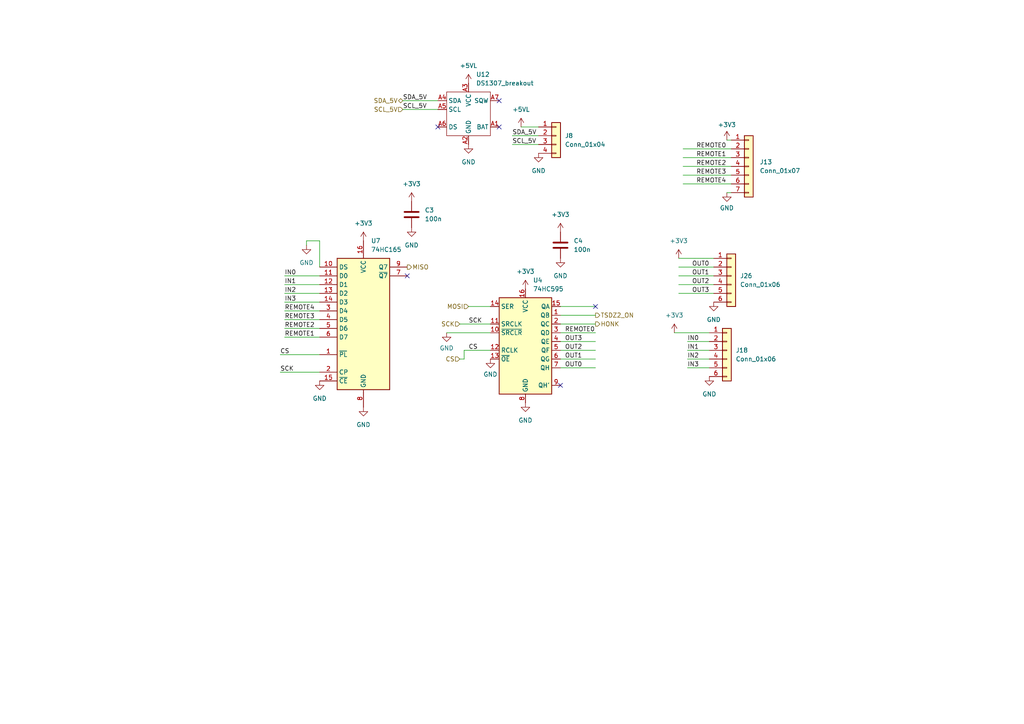
<source format=kicad_sch>
(kicad_sch (version 20230121) (generator eeschema)
  (paper "A4")
  (lib_symbols
    (symbol "74xx:74HC165"
      (property "Reference" "U" (at -7.62 19.05 0))
      (property "Value" "74HC165" (at -7.62 -21.59 0))
      (symbol "74HC165_1_0"
        (pin input line (at -12.7 -10.16 0) (length 5.08) (name "~{PL}") (number "1"))
        (pin input line (at -12.7 15.24 0) (length 5.08) (name "DS") (number "10"))
        (pin input line (at -12.7 12.7 0) (length 5.08) (name "D0") (number "11"))
        (pin input line (at -12.7 10.16 0) (length 5.08) (name "D1") (number "12"))
        (pin input line (at -12.7 7.62 0) (length 5.08) (name "D2") (number "13"))
        (pin input line (at -12.7 5.08 0) (length 5.08) (name "D3") (number "14"))
        (pin input line (at -12.7 -17.78 0) (length 5.08) (name "~{CE}") (number "15"))
        (pin power_in line (at 0 22.86 270) (length 5.08) (name "VCC") (number "16"))
        (pin input line (at -12.7 -15.24 0) (length 5.08) (name "CP") (number "2"))
        (pin input line (at -12.7 2.54 0) (length 5.08) (name "D4") (number "3"))
        (pin input line (at -12.7 0 0) (length 5.08) (name "D5") (number "4"))
        (pin input line (at -12.7 -2.54 0) (length 5.08) (name "D6") (number "5"))
        (pin input line (at -12.7 -5.08 0) (length 5.08) (name "D7") (number "6"))
        (pin output line (at 12.7 12.7 180) (length 5.08) (name "~{Q7}") (number "7"))
        (pin power_in line (at 0 -25.4 90) (length 5.08) (name "GND") (number "8"))
        (pin output line (at 12.7 15.24 180) (length 5.08) (name "Q7") (number "9"))
      )
      (symbol "74HC165_1_1"
        (rectangle (start -7.62 17.78) (end 7.62 -20.32) (stroke (width 0.254)) (fill (type background)))
      )
    )
    (symbol "74xx:74HC595"
      (property "Reference" "U" (at -7.62 13.97 0))
      (property "Value" "74HC595" (at -7.62 -16.51 0))
      (symbol "74HC595_1_0"
        (pin tri_state line (at 10.16 7.62 180) (length 2.54) (name "QB") (number "1"))
        (pin input line (at -10.16 2.54 0) (length 2.54) (name "~{SRCLR}") (number "10"))
        (pin input line (at -10.16 5.08 0) (length 2.54) (name "SRCLK") (number "11"))
        (pin input line (at -10.16 -2.54 0) (length 2.54) (name "RCLK") (number "12"))
        (pin input line (at -10.16 -5.08 0) (length 2.54) (name "~{OE}") (number "13"))
        (pin input line (at -10.16 10.16 0) (length 2.54) (name "SER") (number "14"))
        (pin tri_state line (at 10.16 10.16 180) (length 2.54) (name "QA") (number "15"))
        (pin power_in line (at 0 15.24 270) (length 2.54) (name "VCC") (number "16"))
        (pin tri_state line (at 10.16 5.08 180) (length 2.54) (name "QC") (number "2"))
        (pin tri_state line (at 10.16 2.54 180) (length 2.54) (name "QD") (number "3"))
        (pin tri_state line (at 10.16 0 180) (length 2.54) (name "QE") (number "4"))
        (pin tri_state line (at 10.16 -2.54 180) (length 2.54) (name "QF") (number "5"))
        (pin tri_state line (at 10.16 -5.08 180) (length 2.54) (name "QG") (number "6"))
        (pin tri_state line (at 10.16 -7.62 180) (length 2.54) (name "QH") (number "7"))
        (pin power_in line (at 0 -17.78 90) (length 2.54) (name "GND") (number "8"))
        (pin output line (at 10.16 -12.7 180) (length 2.54) (name "QH'") (number "9"))
      )
      (symbol "74HC595_1_1"
        (rectangle (start -7.62 12.7) (end 7.62 -15.24) (stroke (width 0.254)) (fill (type background)))
      )
    )
    (symbol "Connector_Generic:Conn_01x04" (pin_names (offset 1.016) hide)
      (property "Reference" "J" (at 0 5.08 0))
      (property "Value" "Conn_01x04" (at 0 -7.62 0))
      (symbol "Conn_01x04_1_1"
        (rectangle (start -1.27 -4.953) (end 0 -5.207) (stroke (width 0.1524)))
        (rectangle (start -1.27 -2.413) (end 0 -2.667) (stroke (width 0.1524)))
        (rectangle (start -1.27 0.127) (end 0 -0.127) (stroke (width 0.1524)))
        (rectangle (start -1.27 2.667) (end 0 2.413) (stroke (width 0.1524)))
        (rectangle (start -1.27 3.81) (end 1.27 -6.35) (stroke (width 0.254)) (fill (type background)))
        (pin passive line (at -5.08 2.54 0) (length 3.81) (name "Pin_1") (number "1"))
        (pin passive line (at -5.08 0 0) (length 3.81) (name "Pin_2") (number "2"))
        (pin passive line (at -5.08 -2.54 0) (length 3.81) (name "Pin_3") (number "3"))
        (pin passive line (at -5.08 -5.08 0) (length 3.81) (name "Pin_4") (number "4"))
      )
    )
    (symbol "Connector_Generic:Conn_01x06" (pin_names (offset 1.016) hide)
      (property "Reference" "J" (at 0 7.62 0))
      (property "Value" "Conn_01x06" (at 0 -10.16 0))
      (symbol "Conn_01x06_1_1"
        (rectangle (start -1.27 -7.493) (end 0 -7.747) (stroke (width 0.1524)))
        (rectangle (start -1.27 -4.953) (end 0 -5.207) (stroke (width 0.1524)))
        (rectangle (start -1.27 -2.413) (end 0 -2.667) (stroke (width 0.1524)))
        (rectangle (start -1.27 0.127) (end 0 -0.127) (stroke (width 0.1524)))
        (rectangle (start -1.27 2.667) (end 0 2.413) (stroke (width 0.1524)))
        (rectangle (start -1.27 5.207) (end 0 4.953) (stroke (width 0.1524)))
        (rectangle (start -1.27 6.35) (end 1.27 -8.89) (stroke (width 0.254)) (fill (type background)))
        (pin passive line (at -5.08 5.08 0) (length 3.81) (name "Pin_1") (number "1"))
        (pin passive line (at -5.08 2.54 0) (length 3.81) (name "Pin_2") (number "2"))
        (pin passive line (at -5.08 0 0) (length 3.81) (name "Pin_3") (number "3"))
        (pin passive line (at -5.08 -2.54 0) (length 3.81) (name "Pin_4") (number "4"))
        (pin passive line (at -5.08 -5.08 0) (length 3.81) (name "Pin_5") (number "5"))
        (pin passive line (at -5.08 -7.62 0) (length 3.81) (name "Pin_6") (number "6"))
      )
    )
    (symbol "Connector_Generic:Conn_01x07" (pin_names (offset 1.016) hide)
      (property "Reference" "J" (at 0 10.16 0))
      (property "Value" "Conn_01x07" (at 0 -10.16 0))
      (symbol "Conn_01x07_1_1"
        (rectangle (start -1.27 -7.493) (end 0 -7.747) (stroke (width 0.1524)))
        (rectangle (start -1.27 -4.953) (end 0 -5.207) (stroke (width 0.1524)))
        (rectangle (start -1.27 -2.413) (end 0 -2.667) (stroke (width 0.1524)))
        (rectangle (start -1.27 0.127) (end 0 -0.127) (stroke (width 0.1524)))
        (rectangle (start -1.27 2.667) (end 0 2.413) (stroke (width 0.1524)))
        (rectangle (start -1.27 5.207) (end 0 4.953) (stroke (width 0.1524)))
        (rectangle (start -1.27 7.747) (end 0 7.493) (stroke (width 0.1524)))
        (rectangle (start -1.27 8.89) (end 1.27 -8.89) (stroke (width 0.254)) (fill (type background)))
        (pin passive line (at -5.08 7.62 0) (length 3.81) (name "Pin_1") (number "1"))
        (pin passive line (at -5.08 5.08 0) (length 3.81) (name "Pin_2") (number "2"))
        (pin passive line (at -5.08 2.54 0) (length 3.81) (name "Pin_3") (number "3"))
        (pin passive line (at -5.08 0 0) (length 3.81) (name "Pin_4") (number "4"))
        (pin passive line (at -5.08 -2.54 0) (length 3.81) (name "Pin_5") (number "5"))
        (pin passive line (at -5.08 -5.08 0) (length 3.81) (name "Pin_6") (number "6"))
        (pin passive line (at -5.08 -7.62 0) (length 3.81) (name "Pin_7") (number "7"))
      )
    )
    (symbol "Device:C" (pin_numbers hide) (pin_names (offset 0.254))
      (property "Reference" "C" (at 0.635 2.54 0))
      (property "Value" "C" (at 0.635 -2.54 0))
      (symbol "C_0_1"
        (polyline (pts (xy -2.032 -0.762) (xy 2.032 -0.762)) (stroke (width 0.508)))
        (polyline (pts (xy -2.032 0.762) (xy 2.032 0.762)) (stroke (width 0.508)))
      )
      (symbol "C_1_1"
        (pin passive line (at 0 3.81 270) (length 2.794) (name "~") (number "1"))
        (pin passive line (at 0 -3.81 90) (length 2.794) (name "~") (number "2"))
      )
    )
    (symbol "additional:DS1307_breakout"
      (property "Reference" "U" (at 0 0 0))
      (property "Value" "DS1307_breakout" (at -11.43 -7.62 0))
      (symbol "DS1307_breakout_0_1"
        (rectangle (start -6.35 6.35) (end 6.35 -6.35))
      )
      (symbol "DS1307_breakout_1_1"
        (pin free line (at 8.89 -3.81 180) (length 2.54) (name "BAT") (number "A1"))
        (pin power_in line (at 0 -8.89 90) (length 2.54) (name "GND") (number "A2"))
        (pin power_in line (at 0 8.89 270) (length 2.54) (name "VCC") (number "A3"))
        (pin bidirectional line (at -8.89 3.81 0) (length 2.54) (name "SDA") (number "A4"))
        (pin input line (at -8.89 1.27 0) (length 2.54) (name "SCL") (number "A5"))
        (pin bidirectional line (at -8.89 -3.81 0) (length 2.54) (name "DS") (number "A6"))
        (pin output line (at 8.89 3.81 180) (length 2.54) (name "SQW") (number "A7"))
        (pin power_in line (at 0 -8.89 90) (length 2.54) hide (name "GND") (number "M1"))
        (pin power_in line (at 0 -8.89 90) (length 2.54) hide (name "GND") (number "M2"))
      )
    )
    (symbol "power:+3V3" (power) (pin_names (offset 0))
      (property "Value" "+3V3" (at 0 3.556 0))
      (symbol "+3V3_0_1"
        (polyline (pts (xy -0.762 1.27) (xy 0 2.54)))
        (polyline (pts (xy 0 0) (xy 0 2.54)))
        (polyline (pts (xy 0 2.54) (xy 0.762 1.27)))
      )
      (symbol "+3V3_1_1"
        (pin power_in line (at 0 0 90) (length 0) hide (name "+3V3") (number "1"))
      )
    )
    (symbol "power:+5VL" (power) (pin_names (offset 0))
      (property "Value" "+5VL" (at 0 3.556 0))
      (symbol "+5VL_0_1"
        (polyline (pts (xy -0.762 1.27) (xy 0 2.54)))
        (polyline (pts (xy 0 0) (xy 0 2.54)))
        (polyline (pts (xy 0 2.54) (xy 0.762 1.27)))
      )
      (symbol "+5VL_1_1"
        (pin power_in line (at 0 0 90) (length 0) hide (name "+5VL") (number "1"))
      )
    )
    (symbol "power:GND" (power) (pin_names (offset 0))
      (property "Value" "GND" (at 0 -3.81 0))
      (symbol "GND_0_1"
        (polyline (pts (xy 0 0) (xy 0 -1.27) (xy 1.27 -1.27) (xy 0 -2.54) (xy -1.27 -1.27) (xy 0 -1.27)))
      )
      (symbol "GND_1_1"
        (pin power_in line (at 0 0 270) (length 0) hide (name "GND") (number "1"))
      )
    )
  )
  (no_connect (at 118.11 80.01))
  (no_connect (at 127 36.83))
  (no_connect (at 172.72 88.9))
  (no_connect (at 144.78 29.21))
  (no_connect (at 162.56 111.76))
  (no_connect (at 144.78 36.83))
  (wire (pts (xy 82.55 80.01) (xy 92.71 80.01)))
  (wire (pts (xy 88.9 69.85) (xy 92.71 69.85)))
  (wire (pts (xy 129.54 96.52) (xy 142.24 96.52)))
  (wire (pts (xy 82.55 95.25) (xy 92.71 95.25)))
  (wire (pts (xy 148.59 39.37) (xy 156.21 39.37)))
  (wire (pts (xy 133.35 104.14) (xy 134.62 104.14)))
  (wire (pts (xy 172.72 88.9) (xy 162.56 88.9)))
  (wire (pts (xy 133.35 93.98) (xy 142.24 93.98)))
  (wire (pts (xy 196.85 82.55) (xy 207.01 82.55)))
  (wire (pts (xy 127 31.75) (xy 116.84 31.75)))
  (wire (pts (xy 199.39 106.68) (xy 205.74 106.68)))
  (wire (pts (xy 148.59 41.91) (xy 156.21 41.91)))
  (wire (pts (xy 172.72 106.68) (xy 162.56 106.68)))
  (wire (pts (xy 199.39 99.06) (xy 205.74 99.06)))
  (wire (pts (xy 116.84 29.21) (xy 127 29.21)))
  (wire (pts (xy 134.62 101.6) (xy 142.24 101.6)))
  (wire (pts (xy 92.71 69.85) (xy 92.71 77.47)))
  (wire (pts (xy 172.72 93.98) (xy 162.56 93.98)))
  (wire (pts (xy 135.89 88.9) (xy 142.24 88.9)))
  (wire (pts (xy 151.13 36.83) (xy 156.21 36.83)))
  (wire (pts (xy 82.55 97.79) (xy 92.71 97.79)))
  (wire (pts (xy 198.12 53.34) (xy 212.09 53.34)))
  (wire (pts (xy 82.55 92.71) (xy 92.71 92.71)))
  (wire (pts (xy 134.62 104.14) (xy 134.62 101.6)))
  (wire (pts (xy 196.85 85.09) (xy 207.01 85.09)))
  (wire (pts (xy 198.12 43.18) (xy 212.09 43.18)))
  (wire (pts (xy 195.58 96.52) (xy 205.74 96.52)))
  (wire (pts (xy 210.82 40.64) (xy 212.09 40.64)))
  (wire (pts (xy 198.12 50.8) (xy 212.09 50.8)))
  (wire (pts (xy 81.28 107.95) (xy 92.71 107.95)))
  (wire (pts (xy 82.55 90.17) (xy 92.71 90.17)))
  (wire (pts (xy 198.12 48.26) (xy 212.09 48.26)))
  (wire (pts (xy 196.85 74.93) (xy 207.01 74.93)))
  (wire (pts (xy 82.55 87.63) (xy 92.71 87.63)))
  (wire (pts (xy 196.85 77.47) (xy 207.01 77.47)))
  (wire (pts (xy 162.56 91.44) (xy 172.72 91.44)))
  (wire (pts (xy 199.39 101.6) (xy 205.74 101.6)))
  (wire (pts (xy 82.55 82.55) (xy 92.71 82.55)))
  (wire (pts (xy 82.55 85.09) (xy 92.71 85.09)))
  (wire (pts (xy 172.72 104.14) (xy 162.56 104.14)))
  (wire (pts (xy 88.9 69.85) (xy 88.9 71.12)))
  (wire (pts (xy 196.85 80.01) (xy 207.01 80.01)))
  (wire (pts (xy 198.12 45.72) (xy 212.09 45.72)))
  (wire (pts (xy 81.28 102.87) (xy 92.71 102.87)))
  (wire (pts (xy 172.72 99.06) (xy 162.56 99.06)))
  (wire (pts (xy 199.39 104.14) (xy 205.74 104.14)))
  (wire (pts (xy 172.72 96.52) (xy 162.56 96.52)))
  (wire (pts (xy 210.82 55.88) (xy 212.09 55.88)))
  (wire (pts (xy 172.72 101.6) (xy 162.56 101.6)))
  (label "SCK" (at 81.28 107.95 0))
  (label "REMOTE1" (at 201.93 45.72 0))
  (label "REMOTE2" (at 82.55 95.25 0))
  (label "IN3" (at 82.55 87.63 0))
  (label "SCL_5V" (at 116.84 31.75 0))
  (label "REMOTE0" (at 201.93 43.18 0))
  (label "IN0" (at 199.39 99.06 0))
  (label "OUT1" (at 163.83 104.14 0))
  (label "REMOTE2" (at 201.93 48.26 0))
  (label "IN2" (at 82.55 85.09 0))
  (label "IN3" (at 199.39 106.68 0))
  (label "SCK" (at 135.89 93.98 0))
  (label "OUT0" (at 205.74 77.47 180))
  (label "SDA_5V" (at 116.84 29.21 0))
  (label "REMOTE4" (at 201.93 53.34 0))
  (label "IN1" (at 82.55 82.55 0))
  (label "OUT0" (at 163.83 106.68 0))
  (label "OUT3" (at 205.74 85.09 180))
  (label "OUT2" (at 163.83 101.6 0))
  (label "REMOTE3" (at 201.93 50.8 0))
  (label "REMOTE1" (at 82.55 97.79 0))
  (label "REMOTE4" (at 82.55 90.17 0))
  (label "IN2" (at 199.39 104.14 0))
  (label "CS" (at 81.28 102.87 0))
  (label "CS" (at 135.89 101.6 0))
  (label "IN0" (at 82.55 80.01 0))
  (label "SDA_5V" (at 148.59 39.37 0))
  (label "OUT2" (at 205.74 82.55 180))
  (label "REMOTE3" (at 82.55 92.71 0))
  (label "OUT1" (at 205.74 80.01 180))
  (label "IN1" (at 199.39 101.6 0))
  (label "REMOTE0" (at 163.83 96.52 0))
  (label "OUT3" (at 163.83 99.06 0))
  (label "SCL_5V" (at 148.59 41.91 0))
  (hierarchical_label "HONK" (shape output) (at 172.72 93.98 0))
  (hierarchical_label "SCK" (shape input) (at 133.35 93.98 180))
  (hierarchical_label "TSDZ2_ON" (shape output) (at 172.72 91.44 0))
  (hierarchical_label "MOSI" (shape input) (at 135.89 88.9 180))
  (hierarchical_label "CS" (shape input) (at 133.35 104.14 180))
  (hierarchical_label "MISO" (shape output) (at 118.11 77.47 0))
  (hierarchical_label "SDA_5V" (shape bidirectional) (at 116.84 29.21 180))
  (hierarchical_label "SCL_5V" (shape input) (at 116.84 31.75 180))
  (symbol (lib_id "Connector_Generic:Conn_01x06") (at 210.82 101.6 0) (unit 1)
    (property "Reference" "J18" (at 213.36 101.6 0) (effects (justify left)))
    (property "Value" "Conn_01x06" (at 213.36 104.14 0) (effects (justify left)))
    (property "Footprint" "Connector_JST:JST_XH_B6B-XH-A_1x06_P2.50mm_Vertical" (effects hide))
  )
  (symbol (lib_id "74xx:74HC595") (at 152.4 99.06 0) (unit 1)
    (property "Reference" "U4" (at 154.5941 81.28 0) (effects (justify left)))
    (property "Value" "74HC595" (at 154.5941 83.82 0) (effects (justify left)))
    (property "Footprint" "Package_SO:SOIC-16_3.9x9.9mm_P1.27mm" (effects hide))
    (property "Datasheet" "http://www.ti.com/lit/ds/symlink/sn74hc595.pdf" (effects hide))
    (instances (project "speedomobile" (path "" (reference "U4") (unit 1)) (path "" (reference "U7") (unit 1))))
  )
  (symbol (lib_id "additional:DS1307_breakout") (at 135.89 33.02 0) (unit 1)
    (property "Reference" "U12" (at 138.0841 21.59 0) (effects (justify left)))
    (property "Value" "DS1307_breakout" (at 138.0841 24.13 0) (effects (justify left)))
    (property "Footprint" "breakboard:ds1307" (effects hide))
  )
  (symbol (lib_id "power:GND") (at 105.41 118.11 0) (unit 1)
    (property "Reference" "#PWR070" (effects hide))
    (property "Value" "GND" (at 105.41 123.19 0))
    (instances (project "speedomobile" (path "" (reference "#PWR070") (unit 1)) (path "" (reference "#PWR069") (unit 1))))
  )
  (symbol (lib_id "Device:C") (at 119.38 62.23 0) (unit 1)
    (property "Reference" "C3" (at 123.19 60.96 0) (effects (justify left)))
    (property "Value" "100n" (at 123.19 63.5 0) (effects (justify left)))
    (property "Footprint" "Capacitor_SMD:C_1206_3216Metric" (effects hide))
  )
  (symbol (lib_id "power:+3V3") (at 210.82 40.64 0) (unit 1)
    (property "Reference" "#PWR048" (effects hide))
    (property "Value" "+3V3" (at 210.82 36.195 0))
  )
  (symbol (lib_id "power:+3V3") (at 195.58 96.52 0) (unit 1)
    (property "Reference" "#PWR065" (effects hide))
    (property "Value" "+3V3" (at 195.58 91.44 0))
    (instances (project "speedomobile" (path "" (reference "#PWR065") (unit 1)) (path "" (reference "#PWR093") (unit 1))))
  )
  (symbol (lib_id "power:GND") (at 205.74 109.22 0) (unit 1)
    (property "Reference" "#PWR019" (effects hide))
    (property "Value" "GND" (at 205.74 114.3 0))
    (instances (project "speedomobile" (path "" (reference "#PWR019") (unit 1)) (path "" (reference "#PWR0115") (unit 1))))
  )
  (symbol (lib_id "Connector_Generic:Conn_01x04") (at 161.29 39.37 0) (unit 1)
    (property "Reference" "J8" (at 163.83 39.37 0) (effects (justify left)))
    (property "Value" "Conn_01x04" (at 163.83 41.91 0) (effects (justify left)))
    (property "Footprint" "Connector_JST:JST_XH_B4B-XH-A_1x04_P2.50mm_Vertical" (effects hide))
  )
  (symbol (lib_id "power:GND") (at 142.24 104.14 0) (unit 1)
    (property "Reference" "#PWR074" (effects hide))
    (property "Value" "GND" (at 142.24 108.585 0))
    (instances (project "speedomobile" (path "" (reference "#PWR074") (unit 1)) (path "" (reference "#PWR073") (unit 1))))
  )
  (symbol (lib_id "power:+5VL") (at 135.89 24.13 0) (unit 1)
    (property "Reference" "#PWR021" (effects hide))
    (property "Value" "+5VL" (at 135.89 19.05 0))
  )
  (symbol (lib_id "power:+3V3") (at 152.4 83.82 0) (unit 1)
    (property "Reference" "#PWR073" (effects hide))
    (property "Value" "+3V3" (at 152.4 78.74 0))
    (instances (project "speedomobile" (path "" (reference "#PWR073") (unit 1)) (path "" (reference "#PWR074") (unit 1))))
  )
  (symbol (lib_id "Connector_Generic:Conn_01x07") (at 217.17 48.26 0) (unit 1)
    (property "Reference" "J13" (at 220.345 46.99 0) (effects (justify left)))
    (property "Value" "Conn_01x07" (at 220.345 49.53 0) (effects (justify left)))
    (property "Footprint" "Connector_JST:JST_XH_B7B-XH-A_1x07_P2.50mm_Vertical" (effects hide))
  )
  (symbol (lib_id "power:GND") (at 152.4 116.84 0) (unit 1)
    (property "Reference" "#PWR072" (effects hide))
    (property "Value" "GND" (at 152.4 121.92 0))
    (instances (project "speedomobile" (path "" (reference "#PWR072") (unit 1)) (path "" (reference "#PWR075") (unit 1))))
  )
  (symbol (lib_id "power:+3V3") (at 162.56 67.31 0) (unit 1)
    (property "Reference" "#PWR093" (effects hide))
    (property "Value" "+3V3" (at 162.56 62.23 0))
    (instances (project "speedomobile" (path "" (reference "#PWR093") (unit 1)) (path "" (reference "#PWR091") (unit 1))))
  )
  (symbol (lib_id "Connector_Generic:Conn_01x06") (at 212.09 80.01 0) (unit 1)
    (property "Reference" "J26" (at 214.63 80.01 0) (effects (justify left)))
    (property "Value" "Conn_01x06" (at 214.63 82.55 0) (effects (justify left)))
    (property "Footprint" "Connector_JST:JST_XH_B6B-XH-A_1x06_P2.50mm_Vertical" (effects hide))
  )
  (symbol (lib_id "power:GND") (at 88.9 71.12 0) (unit 1)
    (property "Reference" "#PWR067" (effects hide))
    (property "Value" "GND" (at 88.9 76.2 0))
    (instances (project "speedomobile" (path "" (reference "#PWR067") (unit 1)) (path "" (reference "#PWR019") (unit 1))))
  )
  (symbol (lib_id "power:GND") (at 207.01 87.63 0) (mirror y) (unit 1)
    (property "Reference" "#PWR0115" (effects hide))
    (property "Value" "GND" (at 207.01 92.71 0))
    (instances (project "speedomobile" (path "" (reference "#PWR0115") (unit 1)) (path "" (reference "#PWR0116") (unit 1))))
  )
  (symbol (lib_id "power:GND") (at 92.71 110.49 0) (unit 1)
    (property "Reference" "#PWR069" (effects hide))
    (property "Value" "GND" (at 92.71 115.57 0))
    (instances (project "speedomobile" (path "" (reference "#PWR069") (unit 1)) (path "" (reference "#PWR065") (unit 1))))
  )
  (symbol (lib_id "power:GND") (at 162.56 74.93 0) (unit 1)
    (property "Reference" "#PWR094" (effects hide))
    (property "Value" "GND" (at 162.56 80.01 0))
    (instances (project "speedomobile" (path "" (reference "#PWR094") (unit 1)) (path "" (reference "#PWR092") (unit 1))))
  )
  (symbol (lib_id "power:+3V3") (at 119.38 58.42 0) (unit 1)
    (property "Reference" "#PWR092" (effects hide))
    (property "Value" "+3V3" (at 119.38 53.34 0))
    (instances (project "speedomobile" (path "" (reference "#PWR092") (unit 1)) (path "" (reference "#PWR070") (unit 1))))
  )
  (symbol (lib_id "power:GND") (at 156.21 44.45 0) (unit 1)
    (property "Reference" "#PWR087" (effects hide))
    (property "Value" "GND" (at 156.21 49.53 0))
  )
  (symbol (lib_id "74xx:74HC165") (at 105.41 92.71 0) (unit 1)
    (property "Reference" "U7" (at 107.6041 69.85 0) (effects (justify left)))
    (property "Value" "74HC165" (at 107.6041 72.39 0) (effects (justify left)))
    (property "Footprint" "Package_SO:SOIC-16_3.9x9.9mm_P1.27mm" (effects hide))
    (property "Datasheet" "https://assets.nexperia.com/documents/data-sheet/74HC_HCT165.pdf" (effects hide))
    (instances (project "speedomobile" (path "" (reference "U7") (unit 1)) (path "" (reference "U4") (unit 1))))
  )
  (symbol (lib_id "power:+3V3") (at 105.41 69.85 0) (unit 1)
    (property "Reference" "#PWR071" (effects hide))
    (property "Value" "+3V3" (at 105.41 64.77 0))
    (instances (project "speedomobile" (path "" (reference "#PWR071") (unit 1)) (path "" (reference "#PWR067") (unit 1))))
  )
  (symbol (lib_id "power:+3V3") (at 196.85 74.93 0) (unit 1)
    (property "Reference" "#PWR0116" (effects hide))
    (property "Value" "+3V3" (at 196.85 69.85 0))
    (instances (project "speedomobile" (path "" (reference "#PWR0116") (unit 1)) (path "" (reference "#PWR094") (unit 1))))
  )
  (symbol (lib_id "power:GND") (at 135.89 41.91 0) (unit 1)
    (property "Reference" "#PWR022" (effects hide))
    (property "Value" "GND" (at 135.89 46.99 0))
  )
  (symbol (lib_id "Device:C") (at 162.56 71.12 0) (unit 1)
    (property "Reference" "C4" (at 166.37 69.85 0) (effects (justify left)))
    (property "Value" "100n" (at 166.37 72.39 0) (effects (justify left)))
    (property "Footprint" "Capacitor_SMD:C_1206_3216Metric" (effects hide))
  )
  (symbol (lib_id "power:GND") (at 129.54 96.52 0) (unit 1)
    (property "Reference" "#PWR075" (effects hide))
    (property "Value" "GND" (at 129.54 100.965 0))
    (instances (project "speedomobile" (path "" (reference "#PWR075") (unit 1)) (path "" (reference "#PWR072") (unit 1))))
  )
  (symbol (lib_id "power:+5VL") (at 151.13 36.83 0) (unit 1)
    (property "Reference" "#PWR027" (effects hide))
    (property "Value" "+5VL" (at 151.13 31.75 0))
  )
  (symbol (lib_id "power:GND") (at 119.38 66.04 0) (unit 1)
    (property "Reference" "#PWR091" (effects hide))
    (property "Value" "GND" (at 119.38 71.12 0))
    (instances (project "speedomobile" (path "" (reference "#PWR091") (unit 1)) (path "" (reference "#PWR071") (unit 1))))
  )
  (symbol (lib_id "power:GND") (at 210.82 55.88 0) (unit 1)
    (property "Reference" "#PWR049" (effects hide))
    (property "Value" "GND" (at 210.82 60.325 0))
  )
)
</source>
